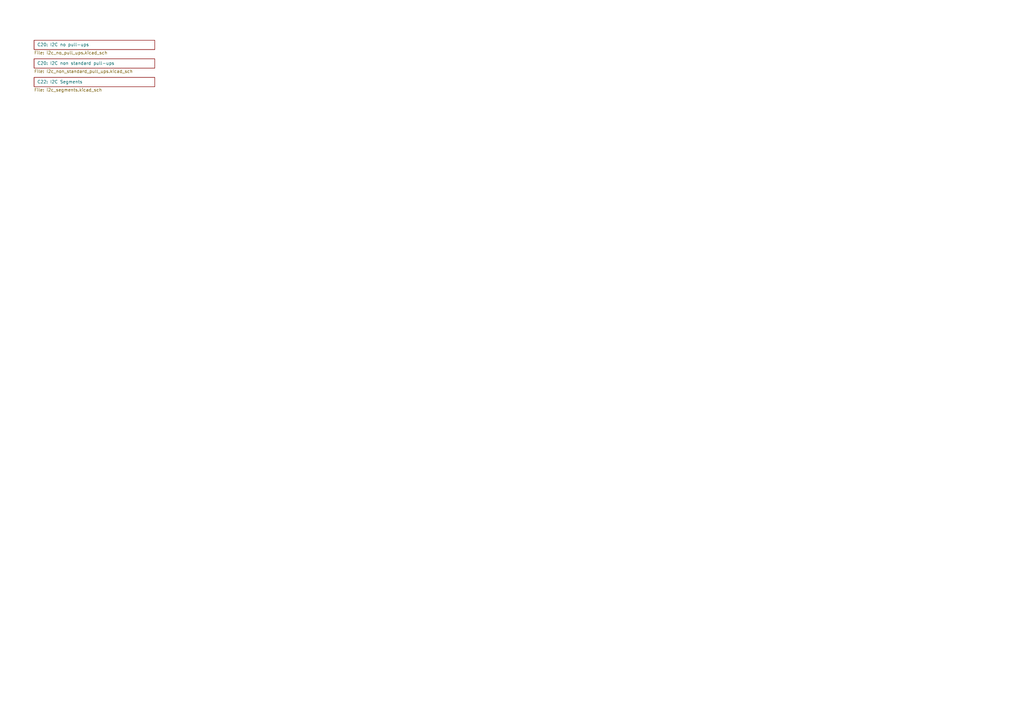
<source format=kicad_sch>
(kicad_sch
	(version 20231120)
	(generator "eeschema")
	(generator_version "8.0")
	(uuid "f327a4b6-22d9-4671-bd1f-2c46b703509e")
	(paper "A3")
	(lib_symbols)
	(sheet
		(at 13.97 24.13)
		(size 49.53 3.81)
		(stroke
			(width 0.1524)
			(type solid)
		)
		(fill
			(color 0 0 0 0.0000)
		)
		(uuid "1284c5bc-3fac-4644-8578-1906a627e12f")
		(property "Sheetname" "C20: I2C non standard pull-ups"
			(at 15.24 26.67 0)
			(effects
				(font
					(size 1.27 1.27)
				)
				(justify left bottom)
			)
		)
		(property "Sheetfile" "i2c_non_standard_pull_ups.kicad_sch"
			(at 13.97 28.5246 0)
			(effects
				(font
					(size 1.27 1.27)
				)
				(justify left top)
			)
		)
		(instances
			(project "test_schematics"
				(path "/f327a4b6-22d9-4671-bd1f-2c46b703509e"
					(page "3")
				)
			)
		)
	)
	(sheet
		(at 13.97 16.51)
		(size 49.53 3.81)
		(stroke
			(width 0.1524)
			(type solid)
		)
		(fill
			(color 0 0 0 0.0000)
		)
		(uuid "29087d8a-217a-4d35-b399-b64f9dad2246")
		(property "Sheetname" "C20: I2C no pull-ups"
			(at 15.24 19.05 0)
			(effects
				(font
					(size 1.27 1.27)
				)
				(justify left bottom)
			)
		)
		(property "Sheetfile" "i2c_no_pull_ups.kicad_sch"
			(at 13.97 20.9046 0)
			(effects
				(font
					(size 1.27 1.27)
				)
				(justify left top)
			)
		)
		(instances
			(project "test_schematics"
				(path "/f327a4b6-22d9-4671-bd1f-2c46b703509e"
					(page "2")
				)
			)
		)
	)
	(sheet
		(at 13.97 31.75)
		(size 49.53 3.81)
		(stroke
			(width 0.1524)
			(type solid)
		)
		(fill
			(color 0 0 0 0.0000)
		)
		(uuid "e8f54ccd-b547-40b2-8596-7ab8e82f53b9")
		(property "Sheetname" "C22: I2C Segments"
			(at 15.24 34.29 0)
			(effects
				(font
					(size 1.27 1.27)
				)
				(justify left bottom)
			)
		)
		(property "Sheetfile" "i2c_segments.kicad_sch"
			(at 13.97 36.1446 0)
			(effects
				(font
					(size 1.27 1.27)
				)
				(justify left top)
			)
		)
		(instances
			(project "test_schematics"
				(path "/f327a4b6-22d9-4671-bd1f-2c46b703509e"
					(page "4")
				)
			)
		)
	)
	(sheet_instances
		(path "/"
			(page "1")
		)
	)
)

</source>
